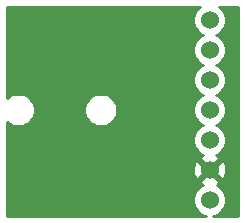
<source format=gbr>
G04 #@! TF.GenerationSoftware,KiCad,Pcbnew,(5.1.5)-3*
G04 #@! TF.CreationDate,2020-12-21T13:14:33+01:00*
G04 #@! TF.ProjectId,epimetheus_mpl3115a2,6570696d-6574-4686-9575-735f6d706c33,rev?*
G04 #@! TF.SameCoordinates,Original*
G04 #@! TF.FileFunction,Copper,L2,Bot*
G04 #@! TF.FilePolarity,Positive*
%FSLAX46Y46*%
G04 Gerber Fmt 4.6, Leading zero omitted, Abs format (unit mm)*
G04 Created by KiCad (PCBNEW (5.1.5)-3) date 2020-12-21 13:14:33*
%MOMM*%
%LPD*%
G04 APERTURE LIST*
%ADD10C,1.524000*%
%ADD11C,0.254000*%
G04 APERTURE END LIST*
D10*
X179578000Y-23368000D03*
X179578000Y-25908000D03*
X179578000Y-28448000D03*
X179578000Y-30988000D03*
X179578000Y-33528000D03*
X179578000Y-36068000D03*
X179578000Y-38608000D03*
D11*
G36*
X178687465Y-22282880D02*
G01*
X178492880Y-22477465D01*
X178339995Y-22706273D01*
X178234686Y-22960510D01*
X178181000Y-23230408D01*
X178181000Y-23505592D01*
X178234686Y-23775490D01*
X178339995Y-24029727D01*
X178492880Y-24258535D01*
X178687465Y-24453120D01*
X178916273Y-24606005D01*
X178993515Y-24638000D01*
X178916273Y-24669995D01*
X178687465Y-24822880D01*
X178492880Y-25017465D01*
X178339995Y-25246273D01*
X178234686Y-25500510D01*
X178181000Y-25770408D01*
X178181000Y-26045592D01*
X178234686Y-26315490D01*
X178339995Y-26569727D01*
X178492880Y-26798535D01*
X178687465Y-26993120D01*
X178916273Y-27146005D01*
X178993515Y-27178000D01*
X178916273Y-27209995D01*
X178687465Y-27362880D01*
X178492880Y-27557465D01*
X178339995Y-27786273D01*
X178234686Y-28040510D01*
X178181000Y-28310408D01*
X178181000Y-28585592D01*
X178234686Y-28855490D01*
X178339995Y-29109727D01*
X178492880Y-29338535D01*
X178687465Y-29533120D01*
X178916273Y-29686005D01*
X178993515Y-29718000D01*
X178916273Y-29749995D01*
X178687465Y-29902880D01*
X178492880Y-30097465D01*
X178339995Y-30326273D01*
X178234686Y-30580510D01*
X178181000Y-30850408D01*
X178181000Y-31125592D01*
X178234686Y-31395490D01*
X178339995Y-31649727D01*
X178492880Y-31878535D01*
X178687465Y-32073120D01*
X178916273Y-32226005D01*
X178993515Y-32258000D01*
X178916273Y-32289995D01*
X178687465Y-32442880D01*
X178492880Y-32637465D01*
X178339995Y-32866273D01*
X178234686Y-33120510D01*
X178181000Y-33390408D01*
X178181000Y-33665592D01*
X178234686Y-33935490D01*
X178339995Y-34189727D01*
X178492880Y-34418535D01*
X178687465Y-34613120D01*
X178916273Y-34766005D01*
X178987943Y-34795692D01*
X178974977Y-34800364D01*
X178859020Y-34862344D01*
X178792040Y-35102435D01*
X179578000Y-35888395D01*
X180363960Y-35102435D01*
X180296980Y-34862344D01*
X180161240Y-34798515D01*
X180239727Y-34766005D01*
X180468535Y-34613120D01*
X180663120Y-34418535D01*
X180816005Y-34189727D01*
X180921314Y-33935490D01*
X180975000Y-33665592D01*
X180975000Y-33390408D01*
X180921314Y-33120510D01*
X180816005Y-32866273D01*
X180663120Y-32637465D01*
X180468535Y-32442880D01*
X180239727Y-32289995D01*
X180162485Y-32258000D01*
X180239727Y-32226005D01*
X180468535Y-32073120D01*
X180663120Y-31878535D01*
X180816005Y-31649727D01*
X180921314Y-31395490D01*
X180975000Y-31125592D01*
X180975000Y-30850408D01*
X180921314Y-30580510D01*
X180816005Y-30326273D01*
X180663120Y-30097465D01*
X180468535Y-29902880D01*
X180239727Y-29749995D01*
X180162485Y-29718000D01*
X180239727Y-29686005D01*
X180468535Y-29533120D01*
X180663120Y-29338535D01*
X180816005Y-29109727D01*
X180921314Y-28855490D01*
X180975000Y-28585592D01*
X180975000Y-28310408D01*
X180921314Y-28040510D01*
X180816005Y-27786273D01*
X180663120Y-27557465D01*
X180468535Y-27362880D01*
X180239727Y-27209995D01*
X180162485Y-27178000D01*
X180239727Y-27146005D01*
X180468535Y-26993120D01*
X180663120Y-26798535D01*
X180816005Y-26569727D01*
X180921314Y-26315490D01*
X180975000Y-26045592D01*
X180975000Y-25770408D01*
X180921314Y-25500510D01*
X180816005Y-25246273D01*
X180663120Y-25017465D01*
X180468535Y-24822880D01*
X180239727Y-24669995D01*
X180162485Y-24638000D01*
X180239727Y-24606005D01*
X180468535Y-24453120D01*
X180663120Y-24258535D01*
X180816005Y-24029727D01*
X180921314Y-23775490D01*
X180975000Y-23505592D01*
X180975000Y-23230408D01*
X180921314Y-22960510D01*
X180816005Y-22706273D01*
X180663120Y-22477465D01*
X180468535Y-22282880D01*
X180419327Y-22250000D01*
X181966001Y-22250000D01*
X181966000Y-39980000D01*
X179841276Y-39980000D01*
X179985490Y-39951314D01*
X180239727Y-39846005D01*
X180468535Y-39693120D01*
X180663120Y-39498535D01*
X180816005Y-39269727D01*
X180921314Y-39015490D01*
X180975000Y-38745592D01*
X180975000Y-38470408D01*
X180921314Y-38200510D01*
X180816005Y-37946273D01*
X180663120Y-37717465D01*
X180468535Y-37522880D01*
X180239727Y-37369995D01*
X180168057Y-37340308D01*
X180181023Y-37335636D01*
X180296980Y-37273656D01*
X180363960Y-37033565D01*
X179578000Y-36247605D01*
X178792040Y-37033565D01*
X178859020Y-37273656D01*
X178994760Y-37337485D01*
X178916273Y-37369995D01*
X178687465Y-37522880D01*
X178492880Y-37717465D01*
X178339995Y-37946273D01*
X178234686Y-38200510D01*
X178181000Y-38470408D01*
X178181000Y-38745592D01*
X178234686Y-39015490D01*
X178339995Y-39269727D01*
X178492880Y-39498535D01*
X178687465Y-39693120D01*
X178916273Y-39846005D01*
X179170510Y-39951314D01*
X179314724Y-39980000D01*
X162458000Y-39980000D01*
X162458000Y-36140017D01*
X178176090Y-36140017D01*
X178217078Y-36412133D01*
X178310364Y-36671023D01*
X178372344Y-36786980D01*
X178612435Y-36853960D01*
X179398395Y-36068000D01*
X179757605Y-36068000D01*
X180543565Y-36853960D01*
X180783656Y-36786980D01*
X180900756Y-36537952D01*
X180967023Y-36270865D01*
X180979910Y-35995983D01*
X180938922Y-35723867D01*
X180845636Y-35464977D01*
X180783656Y-35349020D01*
X180543565Y-35282040D01*
X179757605Y-36068000D01*
X179398395Y-36068000D01*
X178612435Y-35282040D01*
X178372344Y-35349020D01*
X178255244Y-35598048D01*
X178188977Y-35865135D01*
X178176090Y-36140017D01*
X162458000Y-36140017D01*
X162458000Y-32031685D01*
X162490114Y-32063799D01*
X162716957Y-32215371D01*
X162969011Y-32319775D01*
X163236589Y-32373000D01*
X163509411Y-32373000D01*
X163776989Y-32319775D01*
X164029043Y-32215371D01*
X164255886Y-32063799D01*
X164448799Y-31870886D01*
X164600371Y-31644043D01*
X164704775Y-31391989D01*
X164758000Y-31124411D01*
X164758000Y-30851589D01*
X168988000Y-30851589D01*
X168988000Y-31124411D01*
X169041225Y-31391989D01*
X169145629Y-31644043D01*
X169297201Y-31870886D01*
X169490114Y-32063799D01*
X169716957Y-32215371D01*
X169969011Y-32319775D01*
X170236589Y-32373000D01*
X170509411Y-32373000D01*
X170776989Y-32319775D01*
X171029043Y-32215371D01*
X171255886Y-32063799D01*
X171448799Y-31870886D01*
X171600371Y-31644043D01*
X171704775Y-31391989D01*
X171758000Y-31124411D01*
X171758000Y-30851589D01*
X171704775Y-30584011D01*
X171600371Y-30331957D01*
X171448799Y-30105114D01*
X171255886Y-29912201D01*
X171029043Y-29760629D01*
X170776989Y-29656225D01*
X170509411Y-29603000D01*
X170236589Y-29603000D01*
X169969011Y-29656225D01*
X169716957Y-29760629D01*
X169490114Y-29912201D01*
X169297201Y-30105114D01*
X169145629Y-30331957D01*
X169041225Y-30584011D01*
X168988000Y-30851589D01*
X164758000Y-30851589D01*
X164704775Y-30584011D01*
X164600371Y-30331957D01*
X164448799Y-30105114D01*
X164255886Y-29912201D01*
X164029043Y-29760629D01*
X163776989Y-29656225D01*
X163509411Y-29603000D01*
X163236589Y-29603000D01*
X162969011Y-29656225D01*
X162716957Y-29760629D01*
X162490114Y-29912201D01*
X162458000Y-29944315D01*
X162458000Y-22250000D01*
X178736673Y-22250000D01*
X178687465Y-22282880D01*
G37*
X178687465Y-22282880D02*
X178492880Y-22477465D01*
X178339995Y-22706273D01*
X178234686Y-22960510D01*
X178181000Y-23230408D01*
X178181000Y-23505592D01*
X178234686Y-23775490D01*
X178339995Y-24029727D01*
X178492880Y-24258535D01*
X178687465Y-24453120D01*
X178916273Y-24606005D01*
X178993515Y-24638000D01*
X178916273Y-24669995D01*
X178687465Y-24822880D01*
X178492880Y-25017465D01*
X178339995Y-25246273D01*
X178234686Y-25500510D01*
X178181000Y-25770408D01*
X178181000Y-26045592D01*
X178234686Y-26315490D01*
X178339995Y-26569727D01*
X178492880Y-26798535D01*
X178687465Y-26993120D01*
X178916273Y-27146005D01*
X178993515Y-27178000D01*
X178916273Y-27209995D01*
X178687465Y-27362880D01*
X178492880Y-27557465D01*
X178339995Y-27786273D01*
X178234686Y-28040510D01*
X178181000Y-28310408D01*
X178181000Y-28585592D01*
X178234686Y-28855490D01*
X178339995Y-29109727D01*
X178492880Y-29338535D01*
X178687465Y-29533120D01*
X178916273Y-29686005D01*
X178993515Y-29718000D01*
X178916273Y-29749995D01*
X178687465Y-29902880D01*
X178492880Y-30097465D01*
X178339995Y-30326273D01*
X178234686Y-30580510D01*
X178181000Y-30850408D01*
X178181000Y-31125592D01*
X178234686Y-31395490D01*
X178339995Y-31649727D01*
X178492880Y-31878535D01*
X178687465Y-32073120D01*
X178916273Y-32226005D01*
X178993515Y-32258000D01*
X178916273Y-32289995D01*
X178687465Y-32442880D01*
X178492880Y-32637465D01*
X178339995Y-32866273D01*
X178234686Y-33120510D01*
X178181000Y-33390408D01*
X178181000Y-33665592D01*
X178234686Y-33935490D01*
X178339995Y-34189727D01*
X178492880Y-34418535D01*
X178687465Y-34613120D01*
X178916273Y-34766005D01*
X178987943Y-34795692D01*
X178974977Y-34800364D01*
X178859020Y-34862344D01*
X178792040Y-35102435D01*
X179578000Y-35888395D01*
X180363960Y-35102435D01*
X180296980Y-34862344D01*
X180161240Y-34798515D01*
X180239727Y-34766005D01*
X180468535Y-34613120D01*
X180663120Y-34418535D01*
X180816005Y-34189727D01*
X180921314Y-33935490D01*
X180975000Y-33665592D01*
X180975000Y-33390408D01*
X180921314Y-33120510D01*
X180816005Y-32866273D01*
X180663120Y-32637465D01*
X180468535Y-32442880D01*
X180239727Y-32289995D01*
X180162485Y-32258000D01*
X180239727Y-32226005D01*
X180468535Y-32073120D01*
X180663120Y-31878535D01*
X180816005Y-31649727D01*
X180921314Y-31395490D01*
X180975000Y-31125592D01*
X180975000Y-30850408D01*
X180921314Y-30580510D01*
X180816005Y-30326273D01*
X180663120Y-30097465D01*
X180468535Y-29902880D01*
X180239727Y-29749995D01*
X180162485Y-29718000D01*
X180239727Y-29686005D01*
X180468535Y-29533120D01*
X180663120Y-29338535D01*
X180816005Y-29109727D01*
X180921314Y-28855490D01*
X180975000Y-28585592D01*
X180975000Y-28310408D01*
X180921314Y-28040510D01*
X180816005Y-27786273D01*
X180663120Y-27557465D01*
X180468535Y-27362880D01*
X180239727Y-27209995D01*
X180162485Y-27178000D01*
X180239727Y-27146005D01*
X180468535Y-26993120D01*
X180663120Y-26798535D01*
X180816005Y-26569727D01*
X180921314Y-26315490D01*
X180975000Y-26045592D01*
X180975000Y-25770408D01*
X180921314Y-25500510D01*
X180816005Y-25246273D01*
X180663120Y-25017465D01*
X180468535Y-24822880D01*
X180239727Y-24669995D01*
X180162485Y-24638000D01*
X180239727Y-24606005D01*
X180468535Y-24453120D01*
X180663120Y-24258535D01*
X180816005Y-24029727D01*
X180921314Y-23775490D01*
X180975000Y-23505592D01*
X180975000Y-23230408D01*
X180921314Y-22960510D01*
X180816005Y-22706273D01*
X180663120Y-22477465D01*
X180468535Y-22282880D01*
X180419327Y-22250000D01*
X181966001Y-22250000D01*
X181966000Y-39980000D01*
X179841276Y-39980000D01*
X179985490Y-39951314D01*
X180239727Y-39846005D01*
X180468535Y-39693120D01*
X180663120Y-39498535D01*
X180816005Y-39269727D01*
X180921314Y-39015490D01*
X180975000Y-38745592D01*
X180975000Y-38470408D01*
X180921314Y-38200510D01*
X180816005Y-37946273D01*
X180663120Y-37717465D01*
X180468535Y-37522880D01*
X180239727Y-37369995D01*
X180168057Y-37340308D01*
X180181023Y-37335636D01*
X180296980Y-37273656D01*
X180363960Y-37033565D01*
X179578000Y-36247605D01*
X178792040Y-37033565D01*
X178859020Y-37273656D01*
X178994760Y-37337485D01*
X178916273Y-37369995D01*
X178687465Y-37522880D01*
X178492880Y-37717465D01*
X178339995Y-37946273D01*
X178234686Y-38200510D01*
X178181000Y-38470408D01*
X178181000Y-38745592D01*
X178234686Y-39015490D01*
X178339995Y-39269727D01*
X178492880Y-39498535D01*
X178687465Y-39693120D01*
X178916273Y-39846005D01*
X179170510Y-39951314D01*
X179314724Y-39980000D01*
X162458000Y-39980000D01*
X162458000Y-36140017D01*
X178176090Y-36140017D01*
X178217078Y-36412133D01*
X178310364Y-36671023D01*
X178372344Y-36786980D01*
X178612435Y-36853960D01*
X179398395Y-36068000D01*
X179757605Y-36068000D01*
X180543565Y-36853960D01*
X180783656Y-36786980D01*
X180900756Y-36537952D01*
X180967023Y-36270865D01*
X180979910Y-35995983D01*
X180938922Y-35723867D01*
X180845636Y-35464977D01*
X180783656Y-35349020D01*
X180543565Y-35282040D01*
X179757605Y-36068000D01*
X179398395Y-36068000D01*
X178612435Y-35282040D01*
X178372344Y-35349020D01*
X178255244Y-35598048D01*
X178188977Y-35865135D01*
X178176090Y-36140017D01*
X162458000Y-36140017D01*
X162458000Y-32031685D01*
X162490114Y-32063799D01*
X162716957Y-32215371D01*
X162969011Y-32319775D01*
X163236589Y-32373000D01*
X163509411Y-32373000D01*
X163776989Y-32319775D01*
X164029043Y-32215371D01*
X164255886Y-32063799D01*
X164448799Y-31870886D01*
X164600371Y-31644043D01*
X164704775Y-31391989D01*
X164758000Y-31124411D01*
X164758000Y-30851589D01*
X168988000Y-30851589D01*
X168988000Y-31124411D01*
X169041225Y-31391989D01*
X169145629Y-31644043D01*
X169297201Y-31870886D01*
X169490114Y-32063799D01*
X169716957Y-32215371D01*
X169969011Y-32319775D01*
X170236589Y-32373000D01*
X170509411Y-32373000D01*
X170776989Y-32319775D01*
X171029043Y-32215371D01*
X171255886Y-32063799D01*
X171448799Y-31870886D01*
X171600371Y-31644043D01*
X171704775Y-31391989D01*
X171758000Y-31124411D01*
X171758000Y-30851589D01*
X171704775Y-30584011D01*
X171600371Y-30331957D01*
X171448799Y-30105114D01*
X171255886Y-29912201D01*
X171029043Y-29760629D01*
X170776989Y-29656225D01*
X170509411Y-29603000D01*
X170236589Y-29603000D01*
X169969011Y-29656225D01*
X169716957Y-29760629D01*
X169490114Y-29912201D01*
X169297201Y-30105114D01*
X169145629Y-30331957D01*
X169041225Y-30584011D01*
X168988000Y-30851589D01*
X164758000Y-30851589D01*
X164704775Y-30584011D01*
X164600371Y-30331957D01*
X164448799Y-30105114D01*
X164255886Y-29912201D01*
X164029043Y-29760629D01*
X163776989Y-29656225D01*
X163509411Y-29603000D01*
X163236589Y-29603000D01*
X162969011Y-29656225D01*
X162716957Y-29760629D01*
X162490114Y-29912201D01*
X162458000Y-29944315D01*
X162458000Y-22250000D01*
X178736673Y-22250000D01*
X178687465Y-22282880D01*
M02*

</source>
